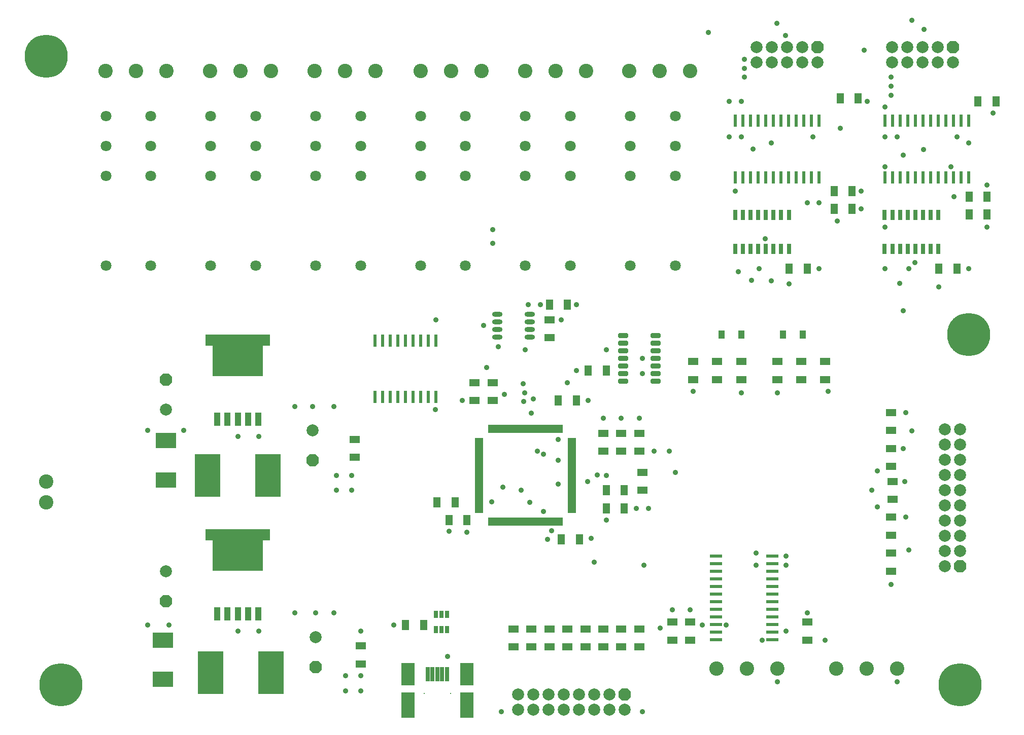
<source format=gbr>
%TF.GenerationSoftware,Altium Limited,Altium Designer,22.4.2 (48)*%
G04 Layer_Color=8388736*
%FSLAX45Y45*%
%MOMM*%
%TF.SameCoordinates,A0FECCF5-906F-4CEA-98AF-48209DEEDFB4*%
%TF.FilePolarity,Negative*%
%TF.FileFunction,Soldermask,Top*%
%TF.Part,Single*%
G01*
G75*
%TA.AperFunction,SMDPad,CuDef*%
%ADD10R,2.00000X0.60000*%
%ADD12R,0.80000X1.75000*%
%ADD13R,0.70000X1.75000*%
%ADD15R,0.60000X2.00000*%
%ADD24C,6.29100*%
%ADD25R,1.07000X2.16000*%
%ADD54R,1.20320X1.80320*%
%TA.AperFunction,ConnectorPad*%
%ADD55R,1.20320X1.80320*%
%TA.AperFunction,SMDPad,CuDef*%
%ADD56R,1.80320X1.20320*%
G04:AMPARAMS|DCode=57|XSize=1.7532mm|YSize=0.8032mm|CornerRadius=0.4016mm|HoleSize=0mm|Usage=FLASHONLY|Rotation=180.000|XOffset=0mm|YOffset=0mm|HoleType=Round|Shape=RoundedRectangle|*
%AMROUNDEDRECTD57*
21,1,1.75320,0.00000,0,0,180.0*
21,1,0.95000,0.80320,0,0,180.0*
1,1,0.80320,-0.47500,0.00000*
1,1,0.80320,0.47500,0.00000*
1,1,0.80320,0.47500,0.00000*
1,1,0.80320,-0.47500,0.00000*
%
%ADD57ROUNDEDRECTD57*%
%ADD58R,4.20320X7.20320*%
%ADD59R,3.50320X2.60320*%
G04:AMPARAMS|DCode=60|XSize=0.8032mm|YSize=1.6532mm|CornerRadius=0.1526mm|HoleSize=0mm|Usage=FLASHONLY|Rotation=270.000|XOffset=0mm|YOffset=0mm|HoleType=Round|Shape=RoundedRectangle|*
%AMROUNDEDRECTD60*
21,1,0.80320,1.34800,0,0,270.0*
21,1,0.49800,1.65320,0,0,270.0*
1,1,0.30520,-0.67400,-0.24900*
1,1,0.30520,-0.67400,0.24900*
1,1,0.30520,0.67400,0.24900*
1,1,0.30520,0.67400,-0.24900*
%
%ADD60ROUNDEDRECTD60*%
%ADD61R,1.40320X0.50320*%
%ADD62R,0.50320X1.40320*%
%ADD63R,1.11320X1.42320*%
%ADD64R,0.80320X1.30320*%
%TA.AperFunction,ConnectorPad*%
%ADD65R,2.20320X4.20320*%
%ADD66R,2.20320X3.70320*%
%ADD67R,0.70320X2.40320*%
%TA.AperFunction,ComponentPad*%
%ADD68C,1.80320*%
%ADD69C,2.00320*%
G04:AMPARAMS|DCode=70|XSize=2.0032mm|YSize=2.0032mm|CornerRadius=0mm|HoleSize=0mm|Usage=FLASHONLY|Rotation=180.000|XOffset=0mm|YOffset=0mm|HoleType=Round|Shape=Octagon|*
%AMOCTAGOND70*
4,1,8,-1.00160,0.50080,-1.00160,-0.50080,-0.50080,-1.00160,0.50080,-1.00160,1.00160,-0.50080,1.00160,0.50080,0.50080,1.00160,-0.50080,1.00160,-1.00160,0.50080,0.0*
%
%ADD70OCTAGOND70*%

G04:AMPARAMS|DCode=71|XSize=2.0032mm|YSize=2.0032mm|CornerRadius=0mm|HoleSize=0mm|Usage=FLASHONLY|Rotation=90.000|XOffset=0mm|YOffset=0mm|HoleType=Round|Shape=Octagon|*
%AMOCTAGOND71*
4,1,8,0.50080,1.00160,-0.50080,1.00160,-1.00160,0.50080,-1.00160,-0.50080,-0.50080,-1.00160,0.50080,-1.00160,1.00160,-0.50080,1.00160,0.50080,0.50080,1.00160,0.0*
%
%ADD71OCTAGOND71*%

%ADD72C,2.40320*%
%ADD73C,0.20320*%
%TA.AperFunction,ViaPad*%
%ADD74C,7.20320*%
%ADD75C,0.90320*%
G36*
X4240000Y3163000D02*
X4116500D01*
Y2655000D01*
X3283500D01*
Y3163000D01*
X3160000D01*
Y3354000D01*
X4240000D01*
Y3163000D01*
D02*
G37*
G36*
Y6413000D02*
X4116500D01*
Y5905000D01*
X3283500D01*
Y6413000D01*
X3160000D01*
Y6604000D01*
X4240000D01*
Y6413000D01*
D02*
G37*
D10*
X12620000Y1501500D02*
D03*
Y1628500D02*
D03*
Y1755500D02*
D03*
Y1882500D02*
D03*
Y2009500D02*
D03*
Y2136500D02*
D03*
Y2263500D02*
D03*
Y2390500D02*
D03*
Y2517500D02*
D03*
Y2644500D02*
D03*
Y2771500D02*
D03*
Y2898500D02*
D03*
X11680000D02*
D03*
Y2771500D02*
D03*
Y2644500D02*
D03*
Y2517500D02*
D03*
Y2390500D02*
D03*
Y2263500D02*
D03*
Y2136500D02*
D03*
Y2009500D02*
D03*
Y1882500D02*
D03*
Y1755500D02*
D03*
Y1628500D02*
D03*
Y1501500D02*
D03*
D12*
X15388834Y8599151D02*
D03*
X14489835D02*
D03*
Y8034151D02*
D03*
X15388834D02*
D03*
X12898798Y8599151D02*
D03*
X11999797D02*
D03*
Y8034151D02*
D03*
X12898798D02*
D03*
D13*
X15256834Y8599151D02*
D03*
X15129834D02*
D03*
X15002834D02*
D03*
X14875835D02*
D03*
X14748834D02*
D03*
X14621834D02*
D03*
Y8034151D02*
D03*
X14748834D02*
D03*
X14875835D02*
D03*
X15002834D02*
D03*
X15129834D02*
D03*
X15256834D02*
D03*
X12766797Y8599151D02*
D03*
X12639797D02*
D03*
X12512797D02*
D03*
X12385797D02*
D03*
X12258797D02*
D03*
X12131797D02*
D03*
Y8034151D02*
D03*
X12258797D02*
D03*
X12385797D02*
D03*
X12512797D02*
D03*
X12639797D02*
D03*
X12766797D02*
D03*
D15*
X15898500Y10170000D02*
D03*
X15771500D02*
D03*
X15644501D02*
D03*
X15517500D02*
D03*
X15390500D02*
D03*
X15263499D02*
D03*
X15136501D02*
D03*
X15009500D02*
D03*
X14882500D02*
D03*
X14755499D02*
D03*
X14628500D02*
D03*
X14501500D02*
D03*
Y9230000D02*
D03*
X14628500D02*
D03*
X14755499D02*
D03*
X14882500D02*
D03*
X15009500D02*
D03*
X15136501D02*
D03*
X15263499D02*
D03*
X15390500D02*
D03*
X15517500D02*
D03*
X15644501D02*
D03*
X15771500D02*
D03*
X15898500D02*
D03*
X13398500Y10170000D02*
D03*
X13271500D02*
D03*
X13144501D02*
D03*
X13017500D02*
D03*
X12890500D02*
D03*
X12763500D02*
D03*
X12636500D02*
D03*
X12509500D02*
D03*
X12382500D02*
D03*
X12255500D02*
D03*
X12128500D02*
D03*
X12001500D02*
D03*
Y9230000D02*
D03*
X12128500D02*
D03*
X12255500D02*
D03*
X12382500D02*
D03*
X12509500D02*
D03*
X12636500D02*
D03*
X12763500D02*
D03*
X12890500D02*
D03*
X13017500D02*
D03*
X13144501D02*
D03*
X13271500D02*
D03*
X13398500D02*
D03*
X5988000Y6500000D02*
D03*
X6115000D02*
D03*
X6242000D02*
D03*
X6369000D02*
D03*
X6496000D02*
D03*
X6623000D02*
D03*
X6750000D02*
D03*
X6877000D02*
D03*
X7004000D02*
D03*
Y5560000D02*
D03*
X6877000D02*
D03*
X6750000D02*
D03*
X6623000D02*
D03*
X6496000D02*
D03*
X6369000D02*
D03*
X6242000D02*
D03*
X6115000D02*
D03*
X5988000D02*
D03*
D24*
X3700000Y6254500D02*
D03*
Y3004500D02*
D03*
D25*
X3360000Y5187000D02*
D03*
X3530000D02*
D03*
X3700000D02*
D03*
X3870000D02*
D03*
X4040000D02*
D03*
X3360000Y1937000D02*
D03*
X3530000D02*
D03*
X3700000D02*
D03*
X3870000D02*
D03*
X4040000D02*
D03*
D54*
X16201234Y8605474D02*
D03*
X15901234D02*
D03*
X16201234Y8905474D02*
D03*
X15901234D02*
D03*
X13950000Y8700000D02*
D03*
X13650000D02*
D03*
X13750000Y10550000D02*
D03*
X14050000D02*
D03*
X15400000Y7700000D02*
D03*
X15700000D02*
D03*
X12900000D02*
D03*
X13200000D02*
D03*
X13650000Y9000000D02*
D03*
X13950000D02*
D03*
X8900000Y7100000D02*
D03*
X9200000D02*
D03*
X6800000Y1750000D02*
D03*
X6500000D02*
D03*
X10150000Y3700000D02*
D03*
X9850000D02*
D03*
X10150000Y4000000D02*
D03*
X9850000D02*
D03*
X9350000Y5500000D02*
D03*
X9050000D02*
D03*
X9400682Y3179199D02*
D03*
X9100682D02*
D03*
X7525000Y3500000D02*
D03*
X7225000D02*
D03*
X7025000Y3800000D02*
D03*
X7325000D02*
D03*
X9550000Y6000000D02*
D03*
X9850000D02*
D03*
D55*
X16050000Y10500000D02*
D03*
X16350000D02*
D03*
D56*
X8900000Y6550000D02*
D03*
Y6850000D02*
D03*
X9800000Y4950000D02*
D03*
Y4650000D02*
D03*
X10100000Y4950000D02*
D03*
Y4650000D02*
D03*
X10400000Y4950000D02*
D03*
Y4650000D02*
D03*
X10450000Y4000000D02*
D03*
Y4300000D02*
D03*
X7650000Y5800000D02*
D03*
Y5500000D02*
D03*
X5650000Y4550000D02*
D03*
Y4850000D02*
D03*
X7950000Y5800000D02*
D03*
Y5500000D02*
D03*
X11250000Y1500000D02*
D03*
Y1800000D02*
D03*
X10950000Y1800000D02*
D03*
Y1500000D02*
D03*
X8300000Y1683000D02*
D03*
Y1383000D02*
D03*
X8600000D02*
D03*
Y1683000D02*
D03*
X9200000D02*
D03*
Y1383000D02*
D03*
X9800000Y1683000D02*
D03*
Y1383000D02*
D03*
X10100000Y1683000D02*
D03*
Y1383000D02*
D03*
X10400000Y1683000D02*
D03*
Y1383000D02*
D03*
X8900000Y1683000D02*
D03*
Y1383000D02*
D03*
X9500000Y1683000D02*
D03*
Y1383000D02*
D03*
X14625000Y4150000D02*
D03*
Y3850000D02*
D03*
X14600000Y4400000D02*
D03*
Y4700000D02*
D03*
Y3550000D02*
D03*
Y3250000D02*
D03*
Y2950000D02*
D03*
Y2650000D02*
D03*
X11299999Y6150000D02*
D03*
Y5850000D02*
D03*
X13200000Y1500000D02*
D03*
Y1800000D02*
D03*
X14600000Y5000000D02*
D03*
Y5300000D02*
D03*
X5750000Y1400000D02*
D03*
Y1100000D02*
D03*
X13499998Y5850000D02*
D03*
Y6150000D02*
D03*
X13099998D02*
D03*
Y5850000D02*
D03*
X12699999Y6150000D02*
D03*
Y5850000D02*
D03*
X11699999Y6150000D02*
D03*
Y5850000D02*
D03*
X12099999Y6150000D02*
D03*
Y5850000D02*
D03*
D57*
X8570000Y6559500D02*
D03*
Y6686500D02*
D03*
Y6813500D02*
D03*
Y6940500D02*
D03*
X8030000D02*
D03*
Y6813500D02*
D03*
Y6686500D02*
D03*
Y6559500D02*
D03*
D58*
X3200000Y4250000D02*
D03*
X4200000D02*
D03*
X3250000Y950000D02*
D03*
X4250000D02*
D03*
D59*
X2500000Y4830000D02*
D03*
Y4170000D02*
D03*
X2450000Y840000D02*
D03*
Y1500000D02*
D03*
D60*
X10127500Y6581000D02*
D03*
Y6454000D02*
D03*
Y6327000D02*
D03*
Y6200000D02*
D03*
Y6073000D02*
D03*
Y5946000D02*
D03*
Y5819000D02*
D03*
X10672500Y6581000D02*
D03*
Y6454000D02*
D03*
Y6327000D02*
D03*
Y6200000D02*
D03*
Y6073000D02*
D03*
Y5946000D02*
D03*
Y5819000D02*
D03*
D61*
X9275000Y3650000D02*
D03*
Y3700000D02*
D03*
X9275000Y3750000D02*
D03*
X9275000Y3800000D02*
D03*
Y3850000D02*
D03*
Y3900000D02*
D03*
Y3950000D02*
D03*
Y4000000D02*
D03*
Y4050000D02*
D03*
Y4100000D02*
D03*
Y4150000D02*
D03*
Y4200000D02*
D03*
Y4250000D02*
D03*
Y4300000D02*
D03*
X9275000Y4350000D02*
D03*
X9274999Y4400000D02*
D03*
X9275000Y4450000D02*
D03*
Y4500000D02*
D03*
Y4550000D02*
D03*
Y4600000D02*
D03*
Y4650000D02*
D03*
Y4700000D02*
D03*
Y4750000D02*
D03*
Y4800000D02*
D03*
Y4850000D02*
D03*
X7725000D02*
D03*
Y4800000D02*
D03*
X7725000Y4750000D02*
D03*
X7725000Y4700000D02*
D03*
Y4650000D02*
D03*
Y4600000D02*
D03*
Y4550000D02*
D03*
Y4500000D02*
D03*
Y4450000D02*
D03*
Y4400000D02*
D03*
Y4350000D02*
D03*
Y4300000D02*
D03*
Y4250000D02*
D03*
Y4200000D02*
D03*
X7725000Y4150000D02*
D03*
X7725001Y4100000D02*
D03*
X7725000Y4050000D02*
D03*
Y4000000D02*
D03*
Y3950000D02*
D03*
Y3900000D02*
D03*
Y3850000D02*
D03*
Y3800000D02*
D03*
Y3750000D02*
D03*
Y3700000D02*
D03*
Y3650000D02*
D03*
D62*
X9100000Y5025000D02*
D03*
X9050000D02*
D03*
X9000000Y5025000D02*
D03*
X8950000Y5025000D02*
D03*
X8900000D02*
D03*
X8850000D02*
D03*
X8800000D02*
D03*
X8750000D02*
D03*
X8700000D02*
D03*
X8650000D02*
D03*
X8600000D02*
D03*
X8550000D02*
D03*
X8500000D02*
D03*
X8450000D02*
D03*
X8400000Y5025000D02*
D03*
X8350000Y5024999D02*
D03*
X8300000Y5025000D02*
D03*
X8250000D02*
D03*
X8200000D02*
D03*
X8150000D02*
D03*
X8100000D02*
D03*
X8050000D02*
D03*
X8000000D02*
D03*
X7950000D02*
D03*
X7900000D02*
D03*
Y3475000D02*
D03*
X7950000D02*
D03*
X8000000Y3475000D02*
D03*
X8050000Y3475000D02*
D03*
X8100000D02*
D03*
X8150000D02*
D03*
X8200000D02*
D03*
X8250000D02*
D03*
X8300000D02*
D03*
X8350000D02*
D03*
X8400000D02*
D03*
X8450000D02*
D03*
X8500000D02*
D03*
X8550000D02*
D03*
X8600000Y3475000D02*
D03*
X8650000Y3475000D02*
D03*
X8700000Y3475000D02*
D03*
X8750000D02*
D03*
X8800000D02*
D03*
X8850000D02*
D03*
X8900000D02*
D03*
X8950000D02*
D03*
X9000000D02*
D03*
X9050000D02*
D03*
X9100000D02*
D03*
D63*
X12800000Y6600000D02*
D03*
X13127499D02*
D03*
X12099999D02*
D03*
X11772499D02*
D03*
D64*
X7005000Y1930000D02*
D03*
X7100000D02*
D03*
X7195000D02*
D03*
Y1670000D02*
D03*
X7100000D02*
D03*
X7005000D02*
D03*
D65*
X6540000Y415000D02*
D03*
X7520000D02*
D03*
D66*
X6540000Y925000D02*
D03*
X7520000D02*
D03*
D67*
X7190000D02*
D03*
X7110000D02*
D03*
X7030000D02*
D03*
X6950000D02*
D03*
X6870000D02*
D03*
D68*
X10250000Y10250000D02*
D03*
Y7750000D02*
D03*
Y9250000D02*
D03*
Y9750000D02*
D03*
X11000000D02*
D03*
Y7750000D02*
D03*
Y10250000D02*
D03*
Y9250000D02*
D03*
X2250000D02*
D03*
Y10250000D02*
D03*
Y7750000D02*
D03*
Y9750000D02*
D03*
X1500000D02*
D03*
Y9250000D02*
D03*
Y7750000D02*
D03*
Y10250000D02*
D03*
X4000000Y9250000D02*
D03*
Y10250000D02*
D03*
Y7750000D02*
D03*
Y9750000D02*
D03*
X3250000D02*
D03*
Y9250000D02*
D03*
Y7750000D02*
D03*
Y10250000D02*
D03*
X5750000Y9250000D02*
D03*
Y10250000D02*
D03*
Y7750000D02*
D03*
Y9750000D02*
D03*
X5000000D02*
D03*
Y9250000D02*
D03*
Y7750000D02*
D03*
Y10250000D02*
D03*
X7500000Y9250000D02*
D03*
Y10250000D02*
D03*
Y7750000D02*
D03*
Y9750000D02*
D03*
X6750000D02*
D03*
Y9250000D02*
D03*
Y7750000D02*
D03*
Y10250000D02*
D03*
X9250000Y9250000D02*
D03*
Y10250000D02*
D03*
Y7750000D02*
D03*
Y9750000D02*
D03*
X8500000D02*
D03*
Y9250000D02*
D03*
Y7750000D02*
D03*
Y10250000D02*
D03*
D69*
X14614627Y11143581D02*
D03*
X15122627D02*
D03*
X14868626D02*
D03*
X14614627Y11397581D02*
D03*
X14868626D02*
D03*
X15630627Y11143581D02*
D03*
X15376627Y11397581D02*
D03*
Y11143581D02*
D03*
X15122627Y11397581D02*
D03*
X12352919Y11143581D02*
D03*
X12860919D02*
D03*
X12606919D02*
D03*
X12352919Y11397581D02*
D03*
X12606919D02*
D03*
X13368919Y11143581D02*
D03*
X13114919Y11397581D02*
D03*
Y11143581D02*
D03*
X12860919Y11397581D02*
D03*
X15496001Y3492000D02*
D03*
X15750000D02*
D03*
X15496001Y3238000D02*
D03*
X15750000D02*
D03*
X15496001Y2984000D02*
D03*
X15750000D02*
D03*
X15496001Y2730000D02*
D03*
X15750000Y3746000D02*
D03*
X15496001D02*
D03*
X15750000Y4000000D02*
D03*
X15496001D02*
D03*
X15750000Y4254000D02*
D03*
X15496001D02*
D03*
X15750000Y4508000D02*
D03*
X15496001D02*
D03*
Y4762000D02*
D03*
X15750000D02*
D03*
Y5016000D02*
D03*
X15496001D02*
D03*
X2500000Y5350000D02*
D03*
X8376000Y333000D02*
D03*
Y587000D02*
D03*
X8630000Y333000D02*
D03*
Y587000D02*
D03*
X8884000Y333000D02*
D03*
Y587000D02*
D03*
X9138000Y333000D02*
D03*
Y587000D02*
D03*
X10154000Y333000D02*
D03*
X9900000Y587000D02*
D03*
Y333000D02*
D03*
X9646000Y587000D02*
D03*
Y333000D02*
D03*
X9392000Y587000D02*
D03*
Y333000D02*
D03*
X5000000Y1550000D02*
D03*
X2500000Y2650000D02*
D03*
X4950000Y5000000D02*
D03*
D70*
X15630627Y11397581D02*
D03*
X13368919D02*
D03*
X10154000Y587000D02*
D03*
D71*
X15750000Y2730000D02*
D03*
X2500000Y5850000D02*
D03*
X5000000Y1050000D02*
D03*
X2500000Y2150000D02*
D03*
X4950000Y4500000D02*
D03*
D72*
X10233999Y11000000D02*
D03*
X10741999D02*
D03*
X11249999D02*
D03*
X8491999D02*
D03*
X8999999D02*
D03*
X9507999D02*
D03*
X6749999D02*
D03*
X7257999D02*
D03*
X7765999D02*
D03*
X4983999D02*
D03*
X5491999D02*
D03*
X5999999D02*
D03*
X3242000D02*
D03*
X3750000D02*
D03*
X4258000D02*
D03*
X1492000D02*
D03*
X2000000D02*
D03*
X2508000D02*
D03*
X14700000Y1021000D02*
D03*
X14192000D02*
D03*
X13684000D02*
D03*
X12700000D02*
D03*
X12192000D02*
D03*
X11684000D02*
D03*
X500000Y4150000D02*
D03*
Y3800000D02*
D03*
D73*
X6810000Y605000D02*
D03*
X7250000D02*
D03*
D74*
X500000Y11250000D02*
D03*
X750000Y750000D02*
D03*
X15750000D02*
D03*
X15900000Y6600000D02*
D03*
D75*
X14500000Y7700000D02*
D03*
X12050000Y7650000D02*
D03*
X11250000Y2000000D02*
D03*
X10750000Y1700000D02*
D03*
X12850000Y1650000D02*
D03*
X11850000Y1750000D02*
D03*
X11450000D02*
D03*
X12350000Y2950000D02*
D03*
Y2750000D02*
D03*
X12850000D02*
D03*
Y2900000D02*
D03*
X13500000Y1500000D02*
D03*
X12450000D02*
D03*
X12900000Y7450000D02*
D03*
X15900000Y9800000D02*
D03*
X16300000Y10300000D02*
D03*
X14600000Y10600000D02*
D03*
Y10750000D02*
D03*
X12150000Y11200000D02*
D03*
Y10900000D02*
D03*
Y11050000D02*
D03*
X14600000Y10900000D02*
D03*
X14150000Y11350000D02*
D03*
X11550000Y11650000D02*
D03*
X14500000Y9400000D02*
D03*
X14800000Y9600000D02*
D03*
X13750000Y10050000D02*
D03*
X13300000Y9900000D02*
D03*
X13400000Y8800000D02*
D03*
X12300000Y9700000D02*
D03*
X15150000Y11700000D02*
D03*
X14950000Y11850000D02*
D03*
X12842686Y11600000D02*
D03*
X12692728Y11800000D02*
D03*
X11900000Y9900000D02*
D03*
X12100000D02*
D03*
X14500000Y10400000D02*
D03*
X14200000Y10500000D02*
D03*
X15140472Y9688502D02*
D03*
X14500000Y9900000D02*
D03*
X12600000Y9800000D02*
D03*
X14900000Y7700000D02*
D03*
X14745963Y7454038D02*
D03*
X14800000Y7000000D02*
D03*
X12270985Y7505896D02*
D03*
X12400000Y7700000D02*
D03*
X12600000Y7500000D02*
D03*
X14700000Y9900000D02*
D03*
X15700000D02*
D03*
X15600000Y9400000D02*
D03*
X14500000Y8400000D02*
D03*
X12100000Y10500000D02*
D03*
X11900000D02*
D03*
X16200000Y8400000D02*
D03*
Y9100000D02*
D03*
X14100000Y9000000D02*
D03*
Y8700000D02*
D03*
X15651234Y8905474D02*
D03*
X13700000Y8500000D02*
D03*
X15400000Y7400000D02*
D03*
X12000000Y9000000D02*
D03*
X13400000Y7700000D02*
D03*
X12500000Y8200000D02*
D03*
X15900000Y7700000D02*
D03*
X15000000Y7800000D02*
D03*
X13200000Y8800000D02*
D03*
X8627549Y5529301D02*
D03*
X8594774Y5286074D02*
D03*
X8467123Y5482726D02*
D03*
X8487823Y5625901D02*
D03*
X8461948Y5779427D02*
D03*
X8150000Y5600000D02*
D03*
X8550000Y7100000D02*
D03*
X8050000Y6400000D02*
D03*
X7800000Y6750000D02*
D03*
X8500000Y6350000D02*
D03*
X9100000Y6850000D02*
D03*
X8700000Y4650000D02*
D03*
X7850000Y6050000D02*
D03*
X9050000Y4500000D02*
D03*
X8936861Y3324261D02*
D03*
X8800000Y3650000D02*
D03*
X9050000Y4850000D02*
D03*
Y4100000D02*
D03*
X7941390Y3806787D02*
D03*
X4000000Y6100000D02*
D03*
X3700000D02*
D03*
X3400000D02*
D03*
Y6300000D02*
D03*
X3700000D02*
D03*
X4000000D02*
D03*
Y6500000D02*
D03*
X3700000D02*
D03*
X3400000D02*
D03*
X3500000Y2700000D02*
D03*
Y2900000D02*
D03*
X3700000Y2700000D02*
D03*
X3900000D02*
D03*
Y3300000D02*
D03*
X3700000D02*
D03*
X3500000D02*
D03*
X3700000Y2900000D02*
D03*
X3900000D02*
D03*
Y3100000D02*
D03*
X3700000D02*
D03*
X3500000D02*
D03*
X9350000Y7100000D02*
D03*
X9200000Y5800000D02*
D03*
X14900000Y3000000D02*
D03*
X6300000Y1750000D02*
D03*
X14600000Y2425000D02*
D03*
X14375000Y3725000D02*
D03*
X14275000Y4000000D02*
D03*
X14825000Y4150000D02*
D03*
X14944250Y4994250D02*
D03*
X14375000Y4325000D02*
D03*
X12700000Y5625000D02*
D03*
X12100000D02*
D03*
X7004000Y6846000D02*
D03*
X7950000Y8125000D02*
D03*
Y8350000D02*
D03*
X9650000Y2800000D02*
D03*
X9850000Y3500000D02*
D03*
X8866338Y3183504D02*
D03*
X9600000Y3200000D02*
D03*
X8575000Y3800000D02*
D03*
X8425000Y4000000D02*
D03*
X8125000Y4050000D02*
D03*
X13200000Y1950000D02*
D03*
X10950000Y2000000D02*
D03*
X14850000Y3550000D02*
D03*
X10475000Y2750000D02*
D03*
X10450000Y5950000D02*
D03*
Y6200000D02*
D03*
X9850000Y6350000D02*
D03*
X9550000Y5500000D02*
D03*
X8800000Y4600000D02*
D03*
X10450000Y300000D02*
D03*
X8100000D02*
D03*
X14700000Y800000D02*
D03*
X12700000D02*
D03*
X14800000Y4700000D02*
D03*
X11000000Y4300000D02*
D03*
X5600000Y4000000D02*
D03*
X5350000D02*
D03*
X5600000Y4250000D02*
D03*
X5350000D02*
D03*
X8750000Y7100000D02*
D03*
X14850000Y5300000D02*
D03*
X9850000Y4250000D02*
D03*
X10650000Y4650000D02*
D03*
X10900000D02*
D03*
X7450000Y5500000D02*
D03*
X9800000Y5200000D02*
D03*
X10100000D02*
D03*
X10400000D02*
D03*
X10550000Y3700000D02*
D03*
X10350000D02*
D03*
X7525000Y3300000D02*
D03*
X7200000Y1225000D02*
D03*
X13550000Y5650000D02*
D03*
X11300000D02*
D03*
X9350000Y6000000D02*
D03*
X7000000Y5350000D02*
D03*
X7224913Y3317340D02*
D03*
X9696282Y4256458D02*
D03*
X9537579Y4150000D02*
D03*
X5500000Y650000D02*
D03*
X5750000D02*
D03*
Y900000D02*
D03*
X5500000D02*
D03*
X5750000Y1650000D02*
D03*
X4050000Y4900000D02*
D03*
X3700000D02*
D03*
Y1650000D02*
D03*
X4050000D02*
D03*
X5300000Y1950000D02*
D03*
X5000000D02*
D03*
X4650000D02*
D03*
X5300000Y5400000D02*
D03*
X4650000D02*
D03*
X4950000D02*
D03*
X2800000Y5000000D02*
D03*
X2200000D02*
D03*
X2550000Y1750000D02*
D03*
X2200000D02*
D03*
%TF.MD5,4d865f1787322c6dae5dd862f88e4439*%
M02*

</source>
